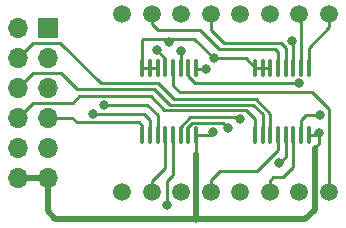
<source format=gbr>
%TF.GenerationSoftware,KiCad,Pcbnew,9.0.2*%
%TF.CreationDate,2025-07-21T05:45:18-04:00*%
%TF.ProjectId,lb-80,6c622d38-302e-46b6-9963-61645f706362,rev?*%
%TF.SameCoordinates,Original*%
%TF.FileFunction,Copper,L1,Top*%
%TF.FilePolarity,Positive*%
%FSLAX46Y46*%
G04 Gerber Fmt 4.6, Leading zero omitted, Abs format (unit mm)*
G04 Created by KiCad (PCBNEW 9.0.2) date 2025-07-21 05:45:18*
%MOMM*%
%LPD*%
G01*
G04 APERTURE LIST*
G04 Aperture macros list*
%AMRoundRect*
0 Rectangle with rounded corners*
0 $1 Rounding radius*
0 $2 $3 $4 $5 $6 $7 $8 $9 X,Y pos of 4 corners*
0 Add a 4 corners polygon primitive as box body*
4,1,4,$2,$3,$4,$5,$6,$7,$8,$9,$2,$3,0*
0 Add four circle primitives for the rounded corners*
1,1,$1+$1,$2,$3*
1,1,$1+$1,$4,$5*
1,1,$1+$1,$6,$7*
1,1,$1+$1,$8,$9*
0 Add four rect primitives between the rounded corners*
20,1,$1+$1,$2,$3,$4,$5,0*
20,1,$1+$1,$4,$5,$6,$7,0*
20,1,$1+$1,$6,$7,$8,$9,0*
20,1,$1+$1,$8,$9,$2,$3,0*%
G04 Aperture macros list end*
%TA.AperFunction,ComponentPad*%
%ADD10C,1.500000*%
%TD*%
%TA.AperFunction,SMDPad,CuDef*%
%ADD11RoundRect,0.100000X-0.100000X0.637500X-0.100000X-0.637500X0.100000X-0.637500X0.100000X0.637500X0*%
%TD*%
%TA.AperFunction,ComponentPad*%
%ADD12R,1.700000X1.700000*%
%TD*%
%TA.AperFunction,ComponentPad*%
%ADD13O,1.700000X1.700000*%
%TD*%
%TA.AperFunction,ViaPad*%
%ADD14C,0.800000*%
%TD*%
%TA.AperFunction,Conductor*%
%ADD15C,0.250000*%
%TD*%
%TA.AperFunction,Conductor*%
%ADD16C,0.500380*%
%TD*%
G04 APERTURE END LIST*
D10*
%TO.P,LED1,1,R5*%
%TO.N,R5*%
X146704400Y-103916800D03*
%TO.P,LED1,2,R7*%
%TO.N,R7*%
X144204400Y-103916800D03*
%TO.P,LED1,3,C2*%
%TO.N,C2*%
X141704400Y-103916800D03*
%TO.P,LED1,4,C3*%
%TO.N,C3*%
X139204400Y-103916800D03*
%TO.P,LED1,5,R8*%
%TO.N,R8*%
X136704400Y-103916800D03*
%TO.P,LED1,6,C5*%
%TO.N,C5*%
X134204400Y-103916800D03*
%TO.P,LED1,7,R6*%
%TO.N,R6*%
X131704400Y-103916800D03*
%TO.P,LED1,8,R3*%
%TO.N,R3*%
X129204400Y-103916800D03*
%TO.P,LED1,9,R1*%
%TO.N,R1*%
X129204400Y-118916800D03*
%TO.P,LED1,10,C4*%
%TO.N,C4*%
X131704400Y-118916800D03*
%TO.P,LED1,11,C6*%
%TO.N,C6*%
X134204400Y-118916800D03*
%TO.P,LED1,12,R4*%
%TO.N,R4*%
X136704400Y-118916800D03*
%TO.P,LED1,13,C1*%
%TO.N,C1*%
X139204400Y-118916800D03*
%TO.P,LED1,14,R2*%
%TO.N,R2*%
X141704400Y-118916800D03*
%TO.P,LED1,15,C7*%
%TO.N,C7*%
X144204400Y-118916800D03*
%TO.P,LED1,16,C8*%
%TO.N,C8*%
X146704400Y-118916800D03*
%TD*%
D11*
%TO.P,U1,1,A4*%
%TO.N,C5*%
X135454800Y-108422600D03*
%TO.P,U1,2,A6*%
%TO.N,C7*%
X134804800Y-108422600D03*
%TO.P,U1,3,A*%
%TO.N,Net-(U1-A)*%
X134154800Y-108422600D03*
%TO.P,U1,4,A7*%
%TO.N,C8*%
X133504800Y-108422600D03*
%TO.P,U1,5,A5*%
%TO.N,C6*%
X132854800Y-108422600D03*
%TO.P,U1,6,~{E}*%
%TO.N,GND*%
X132204800Y-108422600D03*
%TO.P,U1,7,VEE*%
X131554800Y-108422600D03*
%TO.P,U1,8,GND*%
X130904800Y-108422600D03*
%TO.P,U1,9,S2*%
%TO.N,PMOD_IO4_A12*%
X130904800Y-114147600D03*
%TO.P,U1,10,S1*%
%TO.N,PMOD_IO3_A11*%
X131554800Y-114147600D03*
%TO.P,U1,11,S0*%
%TO.N,PMOD_IO2_A10*%
X132204800Y-114147600D03*
%TO.P,U1,12,A3*%
%TO.N,C4*%
X132854800Y-114147600D03*
%TO.P,U1,13,A0*%
%TO.N,C1*%
X133504800Y-114147600D03*
%TO.P,U1,14,A1*%
%TO.N,C2*%
X134154800Y-114147600D03*
%TO.P,U1,15,A2*%
%TO.N,C3*%
X134804800Y-114147600D03*
%TO.P,U1,16,VCC*%
%TO.N,+3V3*%
X135454800Y-114147600D03*
%TD*%
D12*
%TO.P,J1,1,Pin_1*%
%TO.N,PMOD_IO1_A8*%
X122936000Y-105029000D03*
D13*
%TO.P,J1,2,Pin_2*%
%TO.N,PMOD_IO5_A9*%
X120396000Y-105029000D03*
%TO.P,J1,3,Pin_3*%
%TO.N,PMOD_IO2_A10*%
X122936000Y-107569000D03*
%TO.P,J1,4,Pin_4*%
%TO.N,PMOD_IO6_A13*%
X120396000Y-107569000D03*
%TO.P,J1,5,Pin_5*%
%TO.N,PMOD_IO3_A11*%
X122936000Y-110109000D03*
%TO.P,J1,6,Pin_6*%
%TO.N,PMOD_IO7_A14*%
X120396000Y-110109000D03*
%TO.P,J1,7,Pin_7*%
%TO.N,PMOD_IO4_A12*%
X122936000Y-112649000D03*
%TO.P,J1,8,Pin_8*%
%TO.N,PMOD_IO8_A15*%
X120396000Y-112649000D03*
%TO.P,J1,9,Pin_9*%
%TO.N,GND*%
X122936000Y-115189000D03*
%TO.P,J1,10,Pin_10*%
X120396000Y-115189000D03*
%TO.P,J1,11,Pin_11*%
%TO.N,+3V3*%
X122936000Y-117729000D03*
%TO.P,J1,12,Pin_12*%
X120396000Y-117729000D03*
%TD*%
D11*
%TO.P,U2,1,A4*%
%TO.N,R5*%
X144983200Y-108422600D03*
%TO.P,U2,2,A6*%
%TO.N,R7*%
X144333200Y-108422600D03*
%TO.P,U2,3,A*%
%TO.N,+3V3*%
X143683200Y-108422600D03*
%TO.P,U2,4,A7*%
%TO.N,R8*%
X143033200Y-108422600D03*
%TO.P,U2,5,A5*%
%TO.N,R6*%
X142383200Y-108422600D03*
%TO.P,U2,6,~{E}*%
%TO.N,GND*%
X141733200Y-108422600D03*
%TO.P,U2,7,VEE*%
X141083200Y-108422600D03*
%TO.P,U2,8,GND*%
X140433200Y-108422600D03*
%TO.P,U2,9,S2*%
%TO.N,PMOD_IO8_A15*%
X140433200Y-114147600D03*
%TO.P,U2,10,S1*%
%TO.N,PMOD_IO7_A14*%
X141083200Y-114147600D03*
%TO.P,U2,11,S0*%
%TO.N,PMOD_IO6_A13*%
X141733200Y-114147600D03*
%TO.P,U2,12,A3*%
%TO.N,R4*%
X142383200Y-114147600D03*
%TO.P,U2,13,A0*%
%TO.N,R1*%
X143033200Y-114147600D03*
%TO.P,U2,14,A1*%
%TO.N,R2*%
X143683200Y-114147600D03*
%TO.P,U2,15,A2*%
%TO.N,R3*%
X144333200Y-114147600D03*
%TO.P,U2,16,VCC*%
%TO.N,+3V3*%
X144983200Y-114147600D03*
%TD*%
D14*
%TO.N,PMOD_IO2_A10*%
X127660400Y-111580000D03*
%TO.N,PMOD_IO3_A11*%
X126746000Y-112305000D03*
%TO.N,GND*%
X133146800Y-106250000D03*
X136956800Y-107645200D03*
%TO.N,C2*%
X139141200Y-112731800D03*
%TO.N,C3*%
X138176000Y-113538000D03*
%TO.N,C5*%
X136250000Y-108500000D03*
%TO.N,R3*%
X145979400Y-112420400D03*
%TO.N,R1*%
X142500000Y-116500000D03*
%TO.N,C6*%
X132130800Y-106934000D03*
%TO.N,C1*%
X133000000Y-120026600D03*
%TO.N,C7*%
X144177091Y-109758315D03*
%TO.N,+3V3*%
X145897600Y-113944400D03*
X136855200Y-113893600D03*
X143608200Y-106169336D03*
%TO.N,Net-(U1-A)*%
X134162800Y-106984800D03*
%TD*%
D15*
%TO.N,PMOD_IO2_A10*%
X132204800Y-112454800D02*
X132204800Y-114147600D01*
X131330000Y-111580000D02*
X132204800Y-112454800D01*
X127660400Y-111580000D02*
X131330000Y-111580000D01*
%TO.N,PMOD_IO6_A13*%
X127403000Y-109750000D02*
X132264994Y-109750000D01*
X140512800Y-111099600D02*
X141733200Y-112320000D01*
X132264994Y-109750000D02*
X133614594Y-111099600D01*
X121666000Y-106299000D02*
X123952000Y-106299000D01*
X123952000Y-106299000D02*
X127403000Y-109750000D01*
X120396000Y-107569000D02*
X121666000Y-106299000D01*
X141733200Y-112320000D02*
X141733200Y-114147600D01*
X133614594Y-111099600D02*
X140512800Y-111099600D01*
%TO.N,PMOD_IO3_A11*%
X131000000Y-112305000D02*
X131554800Y-112859800D01*
X126746000Y-112305000D02*
X131000000Y-112305000D01*
X131554800Y-112859800D02*
X131554800Y-114147600D01*
%TO.N,PMOD_IO7_A14*%
X125388400Y-110250000D02*
X131893592Y-110250000D01*
X121666000Y-108839000D02*
X123977400Y-108839000D01*
X141083200Y-112381200D02*
X141083200Y-114147600D01*
X123977400Y-108839000D02*
X125388400Y-110250000D01*
X120345200Y-110159800D02*
X121666000Y-108839000D01*
X133200392Y-111556800D02*
X140258800Y-111556800D01*
X140258800Y-111556800D02*
X141083200Y-112381200D01*
X131893592Y-110250000D02*
X133200392Y-111556800D01*
%TO.N,PMOD_IO4_A12*%
X124968000Y-112649000D02*
X125350000Y-113031000D01*
X130607800Y-113031000D02*
X130904800Y-113328000D01*
X130904800Y-113328000D02*
X130904800Y-114147600D01*
X125350000Y-113031000D02*
X130607800Y-113031000D01*
X122936000Y-112649000D02*
X124968000Y-112649000D01*
%TO.N,PMOD_IO8_A15*%
X132756800Y-112006800D02*
X139692800Y-112006800D01*
X131605000Y-110855000D02*
X132756800Y-112006800D01*
X140433200Y-112747200D02*
X140433200Y-114147600D01*
X121666000Y-111379000D02*
X124993400Y-111379000D01*
X125517400Y-110855000D02*
X131605000Y-110855000D01*
X139692800Y-112006800D02*
X140433200Y-112747200D01*
X124993400Y-111379000D02*
X125517400Y-110855000D01*
X120345200Y-112699800D02*
X121666000Y-111379000D01*
%TO.N,GND*%
X133146800Y-106250000D02*
X132896800Y-106000000D01*
X130904800Y-106077200D02*
X130904800Y-108422600D01*
X135280800Y-105969200D02*
X136956800Y-107645200D01*
X141083200Y-108422600D02*
X140433200Y-108422600D01*
X141733200Y-108422600D02*
X141083200Y-108422600D01*
X133427600Y-105969200D02*
X135280800Y-105969200D01*
X140433200Y-108422600D02*
X139655800Y-107645200D01*
X132204800Y-108422600D02*
X131554800Y-108422600D01*
X132896800Y-106000000D02*
X130982000Y-106000000D01*
X131554800Y-108422600D02*
X130904800Y-108422600D01*
X139655800Y-107645200D02*
X136956800Y-107645200D01*
X133146800Y-106250000D02*
X133427600Y-105969200D01*
X130982000Y-106000000D02*
X130904800Y-106077200D01*
%TO.N,R5*%
X146704400Y-105009600D02*
X144983200Y-106730800D01*
X146704400Y-103916800D02*
X146704400Y-105009600D01*
X144983200Y-106730800D02*
X144983200Y-108422600D01*
%TO.N,R7*%
X144204400Y-103916800D02*
X144333200Y-104045600D01*
X144333200Y-104045600D02*
X144333200Y-108422600D01*
%TO.N,C2*%
X134154800Y-113410101D02*
X134934101Y-112630800D01*
X139040200Y-112630800D02*
X139141200Y-112731800D01*
X134934101Y-112630800D02*
X139040200Y-112630800D01*
X134154800Y-114147600D02*
X134154800Y-113410101D01*
%TO.N,C3*%
X137718800Y-113080800D02*
X135134101Y-113080800D01*
X134804800Y-113410101D02*
X134804800Y-114147600D01*
X135134101Y-113080800D02*
X134804800Y-113410101D01*
X138176000Y-113538000D02*
X137718800Y-113080800D01*
%TO.N,R8*%
X136704400Y-105204400D02*
X136704400Y-103916800D01*
X143033200Y-108422600D02*
X143033200Y-106747200D01*
X137824400Y-106324400D02*
X136704400Y-105204400D01*
X142610400Y-106324400D02*
X137824400Y-106324400D01*
X143033200Y-106747200D02*
X142610400Y-106324400D01*
%TO.N,C5*%
X136250000Y-108500000D02*
X135532200Y-108500000D01*
X135532200Y-108500000D02*
X135454800Y-108422600D01*
%TO.N,R6*%
X132234600Y-105234600D02*
X131704400Y-104704400D01*
X131704400Y-104704400D02*
X131704400Y-103916800D01*
X142383200Y-108422600D02*
X142383200Y-107128000D01*
X142383200Y-107128000D02*
X142138400Y-106883200D01*
X135765400Y-105234600D02*
X132234600Y-105234600D01*
X142138400Y-106883200D02*
X137414000Y-106883200D01*
X137414000Y-106883200D02*
X135765400Y-105234600D01*
%TO.N,R3*%
X144333200Y-112867200D02*
X144333200Y-114147600D01*
X144780000Y-112420400D02*
X144333200Y-112867200D01*
X145979400Y-112420400D02*
X144780000Y-112420400D01*
%TO.N,R1*%
X143033200Y-115952200D02*
X143033200Y-114147600D01*
X142500000Y-116485400D02*
X143033200Y-115952200D01*
X142500000Y-116500000D02*
X142500000Y-116485400D01*
%TO.N,C4*%
X131704400Y-118916800D02*
X131704400Y-118045600D01*
X132854800Y-116895200D02*
X132854800Y-114147600D01*
X131704400Y-118045600D02*
X132854800Y-116895200D01*
%TO.N,C6*%
X132130800Y-106961101D02*
X132854800Y-107685101D01*
X132854800Y-107685101D02*
X132854800Y-108422600D01*
X132130800Y-106934000D02*
X132130800Y-106961101D01*
%TO.N,R4*%
X140605200Y-117144800D02*
X142383200Y-115366800D01*
X137515600Y-117144800D02*
X140605200Y-117144800D01*
X136704400Y-118916800D02*
X136704400Y-117956000D01*
X142383200Y-115366800D02*
X142383200Y-114147600D01*
X136704400Y-117956000D02*
X137515600Y-117144800D01*
%TO.N,C1*%
X133000000Y-120026600D02*
X133000000Y-118000000D01*
X133504800Y-117495200D02*
X133504800Y-114147600D01*
X133000000Y-118000000D02*
X133504800Y-117495200D01*
%TO.N,R2*%
X142796400Y-117703600D02*
X143683200Y-116816800D01*
X141986000Y-117703600D02*
X142796400Y-117703600D01*
X141704400Y-118916800D02*
X141704400Y-117985200D01*
X143683200Y-116816800D02*
X143683200Y-114147600D01*
X141704400Y-117985200D02*
X141986000Y-117703600D01*
%TO.N,C7*%
X144146776Y-109728000D02*
X135372701Y-109728000D01*
X144177091Y-109758315D02*
X144146776Y-109728000D01*
X135372701Y-109728000D02*
X134804800Y-109160099D01*
X134804800Y-109160099D02*
X134804800Y-108422600D01*
%TO.N,C8*%
X133504800Y-109933600D02*
X134061200Y-110490000D01*
X145240000Y-110490000D02*
X146704400Y-111954400D01*
X146704400Y-111954400D02*
X146704400Y-118916800D01*
X133504800Y-108422600D02*
X133504800Y-109933600D01*
X134061200Y-110490000D02*
X145240000Y-110490000D01*
D16*
%TO.N,+3V3*%
X135454800Y-121259600D02*
X135454800Y-115750000D01*
X123545600Y-121259600D02*
X135454800Y-121259600D01*
X135483600Y-121259600D02*
X144678400Y-121259600D01*
X144678400Y-121259600D02*
X145491200Y-120446800D01*
D15*
X143683200Y-108422600D02*
X143683200Y-106244336D01*
X145500000Y-115250000D02*
X145500000Y-115195319D01*
X145500000Y-115195319D02*
X145897600Y-114797719D01*
X145897600Y-113944400D02*
X145694400Y-114147600D01*
X135454800Y-114147600D02*
X135454800Y-115750000D01*
D16*
X122885200Y-117729000D02*
X122885200Y-120599200D01*
D15*
X135454800Y-115750000D02*
X135454800Y-121288400D01*
D16*
X145491200Y-115258800D02*
X145500000Y-115250000D01*
D15*
X143683200Y-106244336D02*
X143608200Y-106169336D01*
D16*
X120396000Y-117729000D02*
X122885200Y-117729000D01*
X135454800Y-121288400D02*
X135483600Y-121259600D01*
X122885200Y-120599200D02*
X123545600Y-121259600D01*
D15*
X136855200Y-113893600D02*
X136601200Y-114147600D01*
D16*
X145491200Y-120446800D02*
X145491200Y-115258800D01*
D15*
X136601200Y-114147600D02*
X135454800Y-114147600D01*
X145694400Y-114147600D02*
X144983200Y-114147600D01*
X145897600Y-114797719D02*
X145897600Y-113944400D01*
%TO.N,Net-(U1-A)*%
X134162800Y-106984800D02*
X134162800Y-108414600D01*
X134162800Y-108414600D02*
X134154800Y-108422600D01*
%TD*%
M02*

</source>
